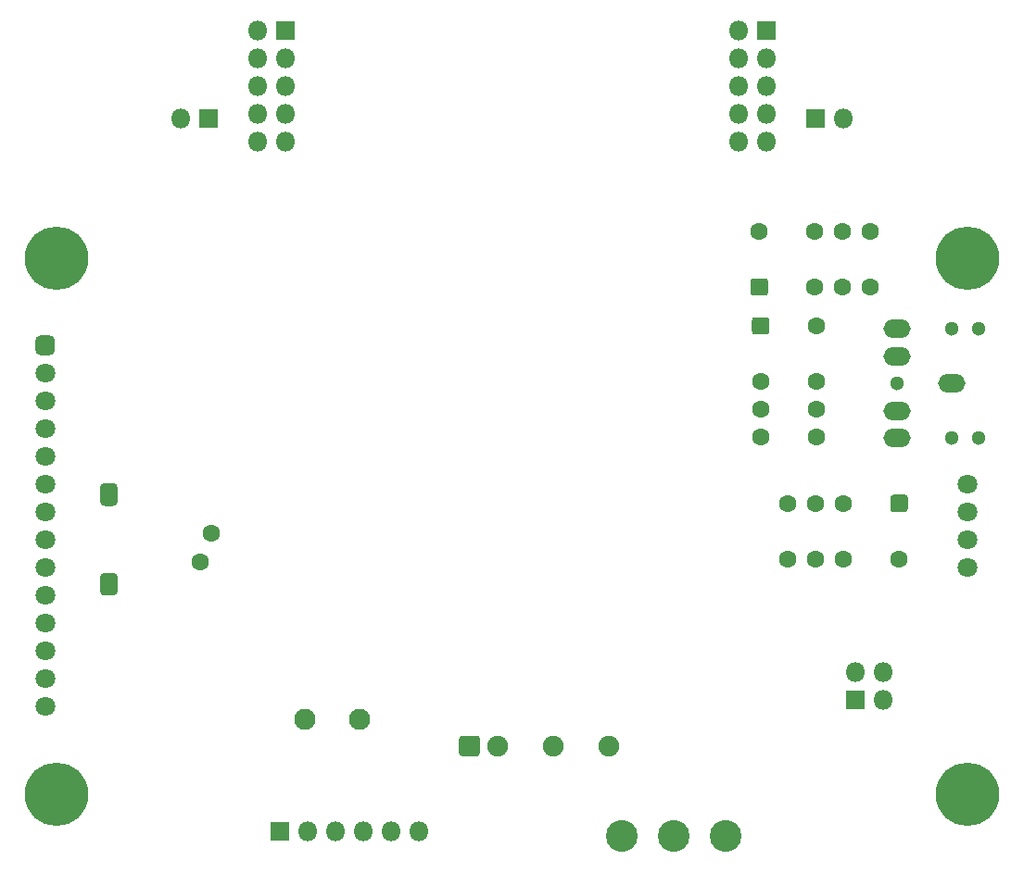
<source format=gbr>
%TF.GenerationSoftware,KiCad,Pcbnew,(5.1.6-0-10_14)*%
%TF.CreationDate,2020-11-20T20:27:55-06:00*%
%TF.ProjectId,Breadboard_DMM,42726561-6462-46f6-9172-645f444d4d2e,rev?*%
%TF.SameCoordinates,Original*%
%TF.FileFunction,Soldermask,Bot*%
%TF.FilePolarity,Negative*%
%FSLAX46Y46*%
G04 Gerber Fmt 4.6, Leading zero omitted, Abs format (unit mm)*
G04 Created by KiCad (PCBNEW (5.1.6-0-10_14)) date 2020-11-20 20:27:55*
%MOMM*%
%LPD*%
G01*
G04 APERTURE LIST*
%ADD10C,5.800000*%
%ADD11C,1.800000*%
%ADD12C,1.600000*%
%ADD13O,1.800000X1.800000*%
%ADD14R,1.800000X1.800000*%
%ADD15C,1.950000*%
%ADD16C,2.900000*%
%ADD17C,1.900000*%
%ADD18O,2.500000X1.700000*%
%ADD19C,1.300000*%
G04 APERTURE END LIST*
D10*
%TO.C,DS701*%
X186310801Y-122194800D03*
X186310801Y-73154800D03*
X103010801Y-73154800D03*
X103010801Y-122194800D03*
D11*
X186310801Y-101484800D03*
X186310801Y-98944800D03*
X186310801Y-96404800D03*
X186310801Y-93864800D03*
X102010801Y-114174800D03*
X102010801Y-111634800D03*
X102010801Y-109094800D03*
X102010801Y-106554800D03*
X102010801Y-104014800D03*
X102010801Y-101474800D03*
X102010801Y-98934800D03*
X102010801Y-96394800D03*
X102010801Y-93854800D03*
X102010801Y-91314800D03*
X102010801Y-88774800D03*
X102010801Y-86234800D03*
X102010801Y-83694800D03*
G36*
G01*
X102460801Y-82054800D02*
X101560801Y-82054800D01*
G75*
G02*
X101110801Y-81604800I0J450000D01*
G01*
X101110801Y-80704800D01*
G75*
G02*
X101560801Y-80254800I450000J0D01*
G01*
X102460801Y-80254800D01*
G75*
G02*
X102910801Y-80704800I0J-450000D01*
G01*
X102910801Y-81604800D01*
G75*
G02*
X102460801Y-82054800I-450000J0D01*
G01*
G37*
%TD*%
D12*
%TO.C,TP702*%
X116205000Y-100965000D03*
%TD*%
%TO.C,TP701*%
X117221000Y-98298000D03*
%TD*%
D13*
%TO.C,J703*%
X178562000Y-110998000D03*
X176022000Y-110998000D03*
X178562000Y-113538000D03*
D14*
X176022000Y-113538000D03*
%TD*%
D15*
%TO.C,LS701*%
X130730000Y-115316000D03*
X125730000Y-115316000D03*
%TD*%
D13*
%TO.C,J701*%
X136144000Y-125603000D03*
X133604000Y-125603000D03*
X131064000Y-125603000D03*
X128524000Y-125603000D03*
X125984000Y-125603000D03*
D14*
X123444000Y-125603000D03*
%TD*%
D12*
%TO.C,K501*%
X167259000Y-70739000D03*
X172339000Y-70739000D03*
X174879000Y-70739000D03*
X177419000Y-70739000D03*
X177419000Y-75819000D03*
X174879000Y-75819000D03*
X172339000Y-75819000D03*
G36*
G01*
X167791800Y-76619000D02*
X166726200Y-76619000D01*
G75*
G02*
X166459000Y-76351800I0J267200D01*
G01*
X166459000Y-75286200D01*
G75*
G02*
X166726200Y-75019000I267200J0D01*
G01*
X167791800Y-75019000D01*
G75*
G02*
X168059000Y-75286200I0J-267200D01*
G01*
X168059000Y-76351800D01*
G75*
G02*
X167791800Y-76619000I-267200J0D01*
G01*
G37*
%TD*%
%TO.C,K301*%
X180022500Y-100693500D03*
X174942500Y-100693500D03*
X172402500Y-100693500D03*
X169862500Y-100693500D03*
X169862500Y-95613500D03*
X172402500Y-95613500D03*
X174942500Y-95613500D03*
G36*
G01*
X179489700Y-94813500D02*
X180555300Y-94813500D01*
G75*
G02*
X180822500Y-95080700I0J-267200D01*
G01*
X180822500Y-96146300D01*
G75*
G02*
X180555300Y-96413500I-267200J0D01*
G01*
X179489700Y-96413500D01*
G75*
G02*
X179222500Y-96146300I0J267200D01*
G01*
X179222500Y-95080700D01*
G75*
G02*
X179489700Y-94813500I267200J0D01*
G01*
G37*
%TD*%
%TO.C,K302*%
G36*
G01*
X166586000Y-79907800D02*
X166586000Y-78842200D01*
G75*
G02*
X166853200Y-78575000I267200J0D01*
G01*
X167918800Y-78575000D01*
G75*
G02*
X168186000Y-78842200I0J-267200D01*
G01*
X168186000Y-79907800D01*
G75*
G02*
X167918800Y-80175000I-267200J0D01*
G01*
X166853200Y-80175000D01*
G75*
G02*
X166586000Y-79907800I0J267200D01*
G01*
G37*
X167386000Y-84455000D03*
X167386000Y-86995000D03*
X167386000Y-89535000D03*
X172466000Y-89535000D03*
X172466000Y-86995000D03*
X172466000Y-84455000D03*
X172466000Y-79375000D03*
%TD*%
D16*
%TO.C,SW101*%
X154660200Y-126060200D03*
X159410200Y-126060200D03*
X164160200Y-126060200D03*
%TD*%
D13*
%TO.C,J302*%
X114390800Y-60399400D03*
D14*
X116930800Y-60399400D03*
%TD*%
D13*
%TO.C,J301*%
X174930800Y-60399400D03*
D14*
X172390800Y-60399400D03*
%TD*%
%TO.C,SW704*%
G36*
G01*
X108223000Y-104047000D02*
X107423000Y-104047000D01*
G75*
G02*
X107023000Y-103647000I0J400000D01*
G01*
X107023000Y-102347000D01*
G75*
G02*
X107423000Y-101947000I400000J0D01*
G01*
X108223000Y-101947000D01*
G75*
G02*
X108623000Y-102347000I0J-400000D01*
G01*
X108623000Y-103647000D01*
G75*
G02*
X108223000Y-104047000I-400000J0D01*
G01*
G37*
G36*
G01*
X108223000Y-95847000D02*
X107423000Y-95847000D01*
G75*
G02*
X107023000Y-95447000I0J400000D01*
G01*
X107023000Y-94147000D01*
G75*
G02*
X107423000Y-93747000I400000J0D01*
G01*
X108223000Y-93747000D01*
G75*
G02*
X108623000Y-94147000I0J-400000D01*
G01*
X108623000Y-95447000D01*
G75*
G02*
X108223000Y-95847000I-400000J0D01*
G01*
G37*
%TD*%
D17*
%TO.C,PS101*%
X153479500Y-117792500D03*
X148399500Y-117792500D03*
G36*
G01*
X141433100Y-118742500D02*
X140125900Y-118742500D01*
G75*
G02*
X139829500Y-118446100I0J296400D01*
G01*
X139829500Y-117138900D01*
G75*
G02*
X140125900Y-116842500I296400J0D01*
G01*
X141433100Y-116842500D01*
G75*
G02*
X141729500Y-117138900I0J-296400D01*
G01*
X141729500Y-118446100D01*
G75*
G02*
X141433100Y-118742500I-296400J0D01*
G01*
G37*
X143319500Y-117792500D03*
%TD*%
D18*
%TO.C,J702*%
X179810400Y-82145500D03*
X179810400Y-87145500D03*
X179810400Y-89645500D03*
X179810400Y-79645500D03*
X184810400Y-84645500D03*
D19*
X184810400Y-89645500D03*
X187310400Y-89645500D03*
X179810400Y-84645500D03*
X184810400Y-79645500D03*
X187310400Y-79645500D03*
%TD*%
D13*
%TO.C,J102*%
X121390800Y-62529400D03*
X123930800Y-62529400D03*
X121390800Y-59989400D03*
X123930800Y-59989400D03*
X121390800Y-57449400D03*
X123930800Y-57449400D03*
X121390800Y-54909400D03*
X123930800Y-54909400D03*
X121390800Y-52369400D03*
D14*
X123930800Y-52369400D03*
%TD*%
D13*
%TO.C,J101*%
X165390800Y-62529400D03*
X167930800Y-62529400D03*
X165390800Y-59989400D03*
X167930800Y-59989400D03*
X165390800Y-57449400D03*
X167930800Y-57449400D03*
X165390800Y-54909400D03*
X167930800Y-54909400D03*
X165390800Y-52369400D03*
D14*
X167930800Y-52369400D03*
%TD*%
M02*

</source>
